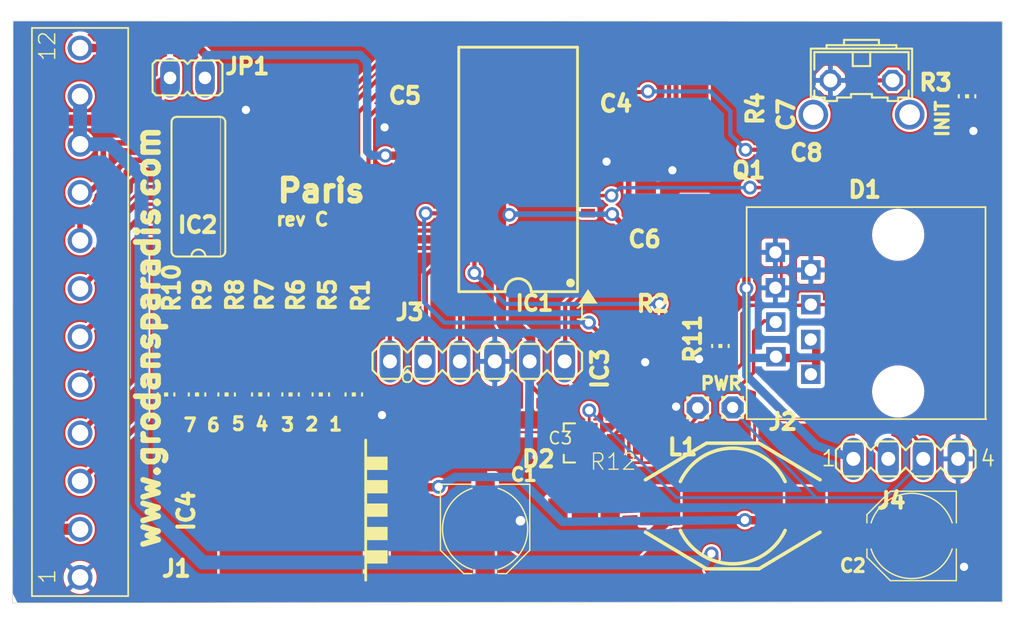
<source format=kicad_pcb>
(kicad_pcb (version 20221018) (generator pcbnew)
  (layers (0 "F.Cu" signal) (1 "In1.Cu" signal) (2 "In2.Cu" signal) (3 "In3.Cu" signal) (4 "In4.Cu" signal) (31 "B.Cu" signal) (34 "B.Paste" user) (35 "F.Paste" user) (36 "B.SilkS" user "B.Silkscreen") (37 "F.SilkS" user "F.Silkscreen") (38 "B.Mask" user) (39 "F.Mask" user) (44 "Edge.Cuts" user))
  (net 0 "")
  (net 1 "+12V")
  (net 2 "VREF")
  (net 3 "GND")
  (net 4 "VCC")
  (net 5 "TXCAN")
  (net 6 "N$4")
  (net 7 "N$6")
  (net 8 "RXCAN")
  (net 9 "N$5")
  (net 10 "N$12")
  (net 11 "N$13")
  (net 12 "N$14")
  (net 13 "N$15")
  (net 14 "I2")
  (net 15 "I3")
  (net 16 "I4")
  (net 17 "I5")
  (net 18 "I6")
  (net 19 "I7")
  (net 20 "VIN")
  (net 21 "N$1")
  (net 22 "N$2")
  (net 23 "N$7")
  (net 24 "N$8")
  (net 25 "I1")
  (net 26 "O7")
  (net 27 "O6")
  (net 28 "O5")
  (net 29 "O4")
  (net 30 "O3")
  (net 31 "O2")
  (net 32 "O1")
  (net 33 "N$9")
  (net 34 "N$10")
  (net 35 "N$11")
  (net 36 "N$16")
  (net 37 "N$17")
  (net 38 "N$18")
  (net 39 "N$19")
  (net 40 "N$20")
  (net 41 "CANH")
  (net 42 "CANL")
  (net 43 "N$3")
  (net 44 "N$21")
  (footprint "paris_relay_rev_C:DO3316P" (layer "F.Cu") (at 164.9087 119.1114)
    (fp_text reference "L1")
    (fp_text value "330 uH" hide)
  )
  (footprint "paris_relay_rev_C:SO-08" (layer "F.Cu") (at 157.8711 109.1936 180)
    (fp_text reference "IC3")
    (fp_text value "MCP2551SN" hide)
  )
  (footprint "paris_relay_rev_C:SOT23" (layer "F.Cu") (at 153.2811 114.5236 90)
    (fp_text reference "D2")
    (fp_text value "NUP2105L" hide)
  )
  (footprint "paris_relay_rev_C:R0805" (layer "F.Cu") (at 128.15 106.75 90)
    (fp_text reference "R8")
    (fp_text value "1K" hide)
  )
  (footprint "paris_relay_rev_C:R0805" (layer "F.Cu") (at 163.0711 104.4836 180)
    (fp_text reference "R11")
    (fp_text value "1K" hide)
  )
  (footprint "paris_relay_rev_C:CHIP-LED0805" (layer "F.Cu") (at 181.9511 89.1636 180)
    (fp_text reference "LED1" hide)
    (fp_text value "green" hide)
  )
  (footprint "paris_relay_rev_C:R0805" (layer "F.Cu") (at 135 106.75 90)
    (fp_text reference "R5")
    (fp_text value "1K" hide)
  )
  (footprint "paris_relay_rev_C:MA04-1" (layer "F.Cu") (at 177.4911 115.6836)
    (fp_text reference "J4")
    (fp_text value "")
  )
  (footprint "paris_relay_rev_C:JP1" (layer "F.Cu") (at 125.2545 87.9768 90)
    (fp_text reference "JP1")
    (fp_text value "")
  )
  (footprint "paris_relay_rev_C:RJ-45" (layer "F.Cu") (at 176.9411 105.0836 90)
    (fp_text reference "J2")
    (fp_text value "A00-108-220-450" hide)
  )
  (footprint "paris_relay_rev_C:CHIP-LED0805" (layer "F.Cu") (at 137.35 110.85 180)
    (fp_text reference "LED2" hide)
    (fp_text value "red" hide)
  )
  (footprint "paris_relay_rev_C:C0805" (layer "F.Cu") (at 158.6037 92.6 90)
    (fp_text reference "C4")
    (fp_text value "15pF" hide)
  )
  (footprint "paris_relay_rev_C:1,6_0,8" (layer "F.Cu") (at 162.3611 111.9736)
    (fp_text reference "PAD1" hide)
    (fp_text value "")
  )
  (footprint "paris_relay_rev_C:1,6_0,8" (layer "F.Cu") (at 164.9011 111.9436)
    (fp_text reference "PAD2" hide)
    (fp_text value "")
  )
  (footprint "paris_relay_rev_C:SO16" (layer "F.Cu") (at 126.0489 95.8896 90)
    (fp_text reference "IC2")
    (fp_text value "ULN2003AD" hide)
  )
  (footprint "paris_relay_rev_C:R0805" (layer "F.Cu") (at 180.9411 86.2736 180)
    (fp_text reference "R3")
    (fp_text value "1K" hide)
  )
  (footprint "paris_relay_rev_C:CHIP-LED0805" (layer "F.Cu") (at 134.95 110.85 180)
    (fp_text reference "LED3" hide)
    (fp_text value "red" hide)
  )
  (footprint "paris_relay_rev_C:R0805" (layer "F.Cu") (at 130.4 106.75 90)
    (fp_text reference "R7")
    (fp_text value "1K" hide)
  )
  (footprint "paris_relay_rev_C:PANASONIC_D" (layer "F.Cu") (at 177.9187 121.2878 180)
    (fp_text reference "C2")
    (fp_text value "330uF" hide)
  )
  (footprint "paris_relay_rev_C:CHIP-LED0805" (layer "F.Cu") (at 123.7 110.85 180)
    (fp_text reference "LED8" hide)
    (fp_text value "red" hide)
  )
  (footprint "paris_relay_rev_C:C0805" (layer "F.Cu") (at 141.1111 92.6836 90)
    (fp_text reference "C5")
    (fp_text value "0.1uF" hide)
  )
  (footprint "paris_relay_rev_C:SO28" (layer "F.Cu") (at 149.3011 94.6336 90)
    (fp_text reference "IC1")
    (fp_text value "PIC18F2580" hide)
  )
  (footprint "paris_relay_rev_C:0805" (layer "F.Cu") (at 150.1911 113.8036 90)
    (fp_text reference "C3")
    (fp_text value "100nF" hide)
  )
  (footprint "paris_relay_rev_C:PINHEAD-12" (layer "F.Cu") (at 117.4411 106.8036 90)
    (fp_text reference "J1")
    (fp_text value "OSTTE-12" hide)
  )
  (footprint "paris_relay_rev_C:R0805" (layer "F.Cu") (at 166.4011 87.1736 90)
    (fp_text reference "R4")
    (fp_text value "10K" hide)
  )
  (footprint "paris_relay_rev_C:C0805" (layer "F.Cu") (at 158.5727 96.695 -90)
    (fp_text reference "C6")
    (fp_text value "15pF" hide)
  )
  (footprint "paris_relay_rev_C:CHIP-LED0805" (layer "F.Cu") (at 130.55 110.85 180)
    (fp_text reference "LED5" hide)
    (fp_text value "red" hide)
  )
  (footprint "paris_relay_rev_C:R0805" (layer "F.Cu") (at 137.4 106.75 90)
    (fp_text reference "R1")
    (fp_text value "1K" hide)
  )
  (footprint "paris_relay_rev_C:R0805" (layer "F.Cu") (at 157.3511 114.6236 180)
    (fp_text reference "R12")
    (fp_text value "120" hide)
  )
  (footprint "paris_relay_rev_C:CHIP-LED0805" (layer "F.Cu") (at 125.95 110.85 180)
    (fp_text reference "LED7" hide)
    (fp_text value "red" hide)
  )
  (footprint "paris_relay_rev_C:R0805" (layer "F.Cu") (at 132.7 106.75 90)
    (fp_text reference "R6")
    (fp_text value "1K" hide)
  )
  (footprint "paris_relay_rev_C:PANASONIC_D" (layer "F.Cu") (at 146.8989 120.7794 -90)
    (fp_text reference "C1")
    (fp_text value "100uF" hide)
  )
  (footprint "paris_relay_rev_C:TO263-5" (layer "F.Cu") (at 135.3351 119.4112 90)
    (fp_text reference "IC4")
    (fp_text value "LM2575S" hide)
  )
  (footprint "paris_relay_rev_C:SOD123" (layer "F.Cu") (at 174.6011 94.2636 180)
    (fp_text reference "D1")
    (fp_text value "S1D" hide)
  )
  (footprint "paris_relay_rev_C:CHIP-LED0805" (layer "F.Cu") (at 132.75 110.85 180)
    (fp_text reference "LED4" hide)
    (fp_text value "red" hide)
  )
  (footprint "paris_relay_rev_C:MA06-1" (layer "F.Cu") (at 146.3311 108.5936 180)
    (fp_text reference "J3")
    (fp_text value "")
  )
  (footprint "paris_relay_rev_C:R0805" (layer "F.Cu") (at 125.9 106.75 90)
    (fp_text reference "R9")
    (fp_text value "1K" hide)
  )
  (footprint "paris_relay_rev_C:B3F-31XX" (layer "F.Cu") (at 174.2711 89.4036 180)
    (fp_text reference "S1" hide)
    (fp_text value "")
  )
  (footprint "paris_relay_rev_C:R0805" (layer "F.Cu") (at 123.65 106.75 90)
    (fp_text reference "R10")
    (fp_text value "1K" hide)
  )
  (footprint "paris_relay_rev_C:9C" (layer "F.Cu") (at 162.1411 94.4936 -90)
    (fp_text reference "Q1")
    (fp_text value "10 MHz" hide)
  )
  (footprint "paris_relay_rev_C:CHIP-LED0805" (layer "F.Cu") (at 128.1 110.85 180)
    (fp_text reference "LED6" hide)
    (fp_text value "red" hide)
  )
  (footprint "paris_relay_rev_C:CHIP-LED0805" (layer "F.Cu") (at 164.0111 107.3236 180)
    (fp_text reference "LED9" hide)
    (fp_text value "red" hide)
  )
  (footprint "paris_relay_rev_C:SOD123" (layer "F.Cu") (at 154.0933 119.2714 180)
    (fp_text reference "D3" hide)
    (fp_text value "S1D" hide)
  )
  (footprint "paris_relay_rev_C:C0805" (layer "F.Cu") (at 169.1011 95.9736 180)
    (fp_text reference "C8")
    (fp_text value "10 uF" hide)
  )
  (footprint "paris_relay_rev_C:R0805" (layer "F.Cu") (at 157.1011 101.9336 90)
    (fp_text reference "R2")
    (fp_text value "10K" hide)
  )
  (footprint "paris_relay_rev_C:C0805" (layer "F.Cu") (at 168.5311 87.1536 -90)
    (fp_text reference "C7")
    (fp_text value "0.1uF" hide)
  )
  (gr_line (start 184.5211 126.0836) (end 184.5211 83.8636) (stroke (width 0.05)) (layer "Edge.Cuts"))
  (gr_line (start 184.5211 83.8636) (end 112.5711 83.8336) (stroke (width 0.05)) (layer "Edge.Cuts"))
  (gr_line (start 112.5711 83.8336) (end 112.5211 126.1636) (stroke (width 0.05)) (layer "Edge.Cuts"))
  (gr_line (start 112.5211 126.1636) (end 184.5211 126.0836) (stroke (width 0.05)) (layer "Edge.Cuts"))
  (gr_text "2" (at 133.7011 113.7136) (layer "F.SilkS") (effects (font (size 0.93472 0.93472) (thickness 0.23368) bold) (justify left bottom)))
  (gr_text "5" (at 128.3511 113.6836) (layer "F.SilkS") (effects (font (size 0.93472 0.93472) (thickness 0.23368) bold) (justify left bottom)))
  (gr_text "www.grodansparadis.com" (at 121.4231 91.3076 90) (layer "F.SilkS") (effects (font (size 1.63576 1.63576) (thickness 0.40894) bold) (justify right top)))
  (gr_text "rev C" (at 131.5851 98.8106) (layer "F.SilkS") (effects (font (size 0.93472 0.93472) (thickness 0.23368) bold) (justify left bottom)))
  (gr_text "Paris" (at 131.5975 97.1382) (layer "F.SilkS") (effects (font (size 1.63576 1.63576) (thickness 0.40894) bold) (justify left bottom)))
  (gr_text "1" (at 135.4311 113.7136) (layer "F.SilkS") (effects (font (size 0.93472 0.93472) (thickness 0.23368) bold) (justify left bottom)))
  (gr_text "PWR" (at 162.45 110.75) (layer "F.SilkS") (effects (font (size 0.93472 0.93472) (thickness 0.23368) bold) (justify left bottom)))
  (gr_text "6" (at 126.5411 113.7736) (layer "F.SilkS") (effects (font (size 0.93472 0.93472) (thickness 0.23368) bold) (justify left bottom)))
  (gr_text "3" (at 131.9411 113.7436) (layer "F.SilkS") (effects (font (size 0.93472 0.93472) (thickness 0.23368) bold) (justify left bottom)))
  (gr_text "INIT" (at 180.7 92.4 90) (layer "F.SilkS") (effects (font (size 0.93472 0.93472) (thickness 0.23368) bold) (justify left bottom)))
  (gr_text "7" (at 124.8511 113.7736) (layer "F.SilkS") (effects (font (size 0.93472 0.93472) (thickness 0.23368) bold) (justify left bottom)))
  (gr_text "4" (at 130.0611 113.7136) (layer "F.SilkS") (effects (font (size 0.93472 0.93472) (thickness 0.23368) bold) (justify left bottom)))
  (segment (start 168.4411 108.3436) (end 170.9811 108.3436) (width 0.6096) (layer "F.Cu") (net 1))
  (segment (start 170.9811 109.6136) (end 170.5911 109.5336) (width 0.6096) (layer "F.Cu") (net 1))
  (segment (start 171.6511 98.1836) (end 172.7011 97.1336) (width 0.6096) (layer "F.Cu") (net 1))
  (segment (start 172.7011 97.1336) (end 172.7011 94.2636) (width 0.6096) (layer "F.Cu") (net 1))
  (segment (start 170.9811 108.3436) (end 170.9811 109.6136) (width 0.6096) (layer "F.Cu") (net 1))
  (segment (start 168.0511 108.2536) (end 168.4411 108.3436) (width 0.2032) (layer "F.Cu") (net 1))
  (segment (start 170.9811 108.3436) (end 170.9811 107.0736) (width 0.6096) (layer "F.Cu") (net 1))
  (segment (start 165.9011 98.1836) (end 171.6511 98.1836) (width 0.6096) (layer "F.Cu") (net 1))
  (segment (start 165.9011 103.2636) (end 165.9011 98.1836) (width 0.6096) (layer "F.Cu") (net 1))
  (segment (start 170.9811 107.0736) (end 170.5811 107.0036) (width 0.6096) (layer "F.Cu") (net 1))
  (via (at 165.9011 103.2636) (size 1.0064) (drill 0.6) (layers "F.Cu" "B.Cu") (net 1))
  (segment (start 165.9011 108.3436) (end 168.4411 108.3436) (width 0.6096) (layer "B.Cu") (net 1))
  (segment (start 165.9011 108.3436) (end 165.9011 103.2636) (width 0.6096) (layer "B.Cu") (net 1))
  (segment (start 168.4411 108.3436) (end 168.0511 108.2536) (width 0.6096) (layer "B.Cu") (net 1))
  (segment (start 165.9011 103.2636) (end 165.9811 103.2636) (width 0.6096) (layer "B.Cu") (net 1))
  (segment (start 165.9011 109.6136) (end 165.9011 108.3436) (width 0.6096) (layer "B.Cu") (net 1))
  (segment (start 170.9811 114.6936) (end 173.6811 115.6836) (width 0.6096) (layer "B.Cu") (net 1))
  (segment (start 170.9811 114.6936) (end 165.9011 109.6136) (width 0.6096) (layer "B.Cu") (net 1))
  (segment (start 134.95 111.9) (end 137.35 111.9) (width 0.25) (layer "F.Cu") (net 3))
  (segment (start 171.1111 86.1636) (end 172.0105 87.063) (width 0.3048) (layer "F.Cu") (net 3))
  (segment (start 168.4411 103.2636) (end 168.4411 100.7236) (width 0.2032) (layer "F.Cu") (net 3))
  (segment (start 147.0321 118.9414) (end 147.0321 117.6714) (width 0.6096) (layer "F.Cu") (net 3))
  (segment (start 145.9007 115.9176) (end 141.1263 116.0076) (width 0.8128) (layer "F.Cu") (net 3))
  (segment (start 139.7511 91.7336) (end 141.1111 91.7336) (width 0.4064) (layer "F.Cu") (net 3))
  (segment (start 158.6037 94.0744) (end 158.5279 93.9986) (width 0.4064) (layer "F.Cu") (net 3))
  (segment (start 123.7 111.9) (end 125.95 111.9) (width 0.25) (layer "F.Cu") (net 3))
  (segment (start 141.1111 91.7336) (end 141.3861 91.4586) (width 0.4064) (layer "F.Cu") (net 3))
  (segment (start 151.8933 120.2466) (end 151.9851 120.3384) (width 0.6096) (layer "F.Cu") (net 3))
  (segment (start 149.1911 118.9394) (end 150.5861 118.9394) (width 0.8128) (layer "F.Cu") (net 3))
  (segment (start 149.1911 118.9394) (end 149.1911 118.7636) (width 0.254) (layer "F.Cu") (net 3))
  (segment (start 138.8 111.9) (end 139.4 112.5) (width 0.25) (layer "F.Cu") (net 3))
  (segment (start 147.1845 118.916) (end 147.2079 118.9394) (width 0.6096) (layer "F.Cu") (net 3))
  (segment (start 147.2083 119.3996) (end 146.8929 119.4766) (width 0.6096) (layer "F.Cu") (net 3))
  (segment (start 155.6661 93.9986) (end 155.7311 94.0636) (width 0.4064) (layer "F.Cu") (net 3))
  (segment (start 154.3811 93.9986) (end 155.6661 93.9986) (width 0.4064) (layer "F.Cu") (net 3))
  (segment (start 162.4611 108.4236) (end 162.5111 108.3736) (width 0.6096) (layer "F.Cu") (net 3))
  (segment (start 150.5861 118.3786) (end 150.3311 116.4936) (width 0.6096) (layer "F.Cu") (net 3))
  (segment (start 149.1911 120.0336) (end 149.4705 120.186) (width 0.6096) (layer "F.Cu") (net 3))
  (segment (start 151.9959 119.2314) (end 152.0975 119.333) (width 0.6096) (layer "F.Cu") (net 3))
  (segment (start 168.4411 100.7236) (end 168.0111 100.6636) (width 0.2032) (layer "F.Cu") (net 3))
  (segment (start 159.7761 111.7936) (end 160.7011 111.7936) (width 0.3048) (layer "F.Cu") (net 3))
  (segment (start 141.3861 91.4586) (end 144.2211 91.4586) (width 0.4064) (layer "F.Cu") (net 3))
  (segment (start 151.9959 119.2314) (end 151.4911 119.6666) (width 0.6096) (layer "F.Cu") (net 3))
  (segment (start 158.5411 108.6536) (end 158.5411 106.6286) (width 0.3048) (layer "F.Cu") (net 3))
  (segment (start 168.0111 103.2436) (end 168.4411 103.2636) (width 0.2032) (layer "F.Cu") (net 3))
  (segment (start 180.3187 121.2878) (end 181.1353 121.3978) (width 0.6096) (layer "F.Cu") (net 3))
  (segment (start 128.1 111.9) (end 130.55 111.9) (width 0.25) (layer "F.Cu") (net 3))
  (segment (start 146.8989 118.3794) (end 146.9989 118.9746) (width 0.6096) (layer "F.Cu") (net 3))
  (segment (start 160.7011 111.7936) (end 160.7911 111.8836) (width 0.3048) (layer "F.Cu") (net 3))
  (segment (start 162.5111 108.3736) (end 164.0111 108.3736) (width 0.6096) (layer "F.Cu") (net 3))
  (segment (start 129.1223 91.4446) (end 129.1223 90.6824) (width 0.6096) (layer "F.Cu") (net 3))
  (segment (start 141.1263 119.4112) (end 147.2083 119.3996) (width 0.8128) (layer "F.Cu") (net 3))
  (segment (start 146.9989 118.9746) (end 147.0321 118.9414) (width 0.6096) (layer "F.Cu") (net 3))
  (segment (start 158.5727 95.745) (end 159.8697 95.745) (width 0.4064) (layer "F.Cu") (net 3))
  (segment (start 159.8697 95.745) (end 160.5211 94.6936) (width 0.4064) (layer "F.Cu") (net 3))
  (segment (start 149.1911 118.9394) (end 149.1911 120.0336) (width 0.8128) (layer "F.Cu") (net 3))
  (segment (start 148.8136 114.7836) (end 150.1911 114.7561) (width 0.6096) (layer "F.Cu") (net 3))
  (segment (start 132.75 111.9) (end 134.95 111.9) (width 0.25) (layer "F.Cu") (net 3))
  (segment (start 150.5861 118.9394) (end 151.8933 120.2466) (width 0.8128) (layer "F.Cu") (net 3))
  (segment (start 172.0105 87.063) (end 172.0105 88.159) (width 0.3048) (layer "F.Cu") (net 3))
  (segment (start 147.2079 118.9394) (end 146.8989 118.3794) (width 0.6096) (layer "F.Cu") (net 3))
  (segment (start 141.1263 116.0076) (end 140.5011 115.9636) (width 0.2032) (layer "F.Cu") (net 3))
  (segment (start 158.6037 95.714) (end 158.6037 94.0744) (width 0.4064) (layer "F.Cu") (net 3))
  (segment (start 130.3411 112.1536) (end 130.5011 111.8936) (width 0.2032) (layer "F.Cu") (net 3))
  (segment (start 125.95 111.9) (end 128.1 111.9) (width 0.25) (layer "F.Cu") (net 3))
  (segment (start 158.5727 95.745) (end 158.6037 95.714) (width 0.4064) (layer "F.Cu") (net 3))
  (segment (start 146.8929 119.4766) (end 147.1845 118.916) (width 0.6096) (layer "F.Cu") (net 3))
  (segment (start 147.0321 117.6714) (end 145.9007 115.9176) (width 0.8128) (layer "F.Cu") (net 3))
  (segment (start 152.1933 119.2714) (end 151.9959 119.2314) (width 0.6096) (layer "F.Cu") (net 3))
  (segment (start 147.2079 118.9394) (end 147.2607 118.9922) (width 0.6096) (layer "F.Cu") (net 3))
  (segment (start 137.35 111.9) (end 138.8 111.9) (width 0.25) (layer "F.Cu") (net 3))
  (segment (start 158.5411 106.6286) (end 158.5061 106.5936) (width 0.3048) (layer "F.Cu") (net 3))
  (segment (start 129.1223 90.6824) (end 129.5011 90.3036) (width 0.6096) (layer "F.Cu") (net 3))
  (segment (start 150.3311 116.4936) (end 148.8136 114.7836) (width 0.6096) (layer "F.Cu") (net 3))
  (segment (start 168.5711 86.1636) (end 171.1111 86.1636) (width 0.3048) (layer "F.Cu") (net 3))
  (segment (start 130.55 111.9) (end 132.75 111.9) (width 0.25) (layer "F.Cu") (net 3))
  (segment (start 150.5861 118.9394) (end 150.5861 118.3786) (width 0.6096) (layer "F.Cu") (net 3))
  (segment (start 182.4111 90.5636) (end 181.9511 90.2136) (width 0.2032) (layer "F.Cu") (net 3))
  (segment (start 146.8989 118.3794) (end 149.1911 118.9394) (width 0.6096) (layer "F.Cu") (net 3))
  (segment (start 181.1353 121.3978) (end 181.7311 123.5336) (width 0.8128) (layer "F.Cu") (net 3))
  (segment (start 151.8933 120.2466) (end 152.1933 119.2714) (width 0.6096) (layer "F.Cu") (net 3))
  (segment (start 139.5911 91.5736) (end 139.7511 91.7336) (width 0.4064) (layer "F.Cu") (net 3))
  (segment (start 146.9989 118.9746) (end 146.9051 119.0684) (width 0.6096) (layer "F.Cu") (net 3))
  (segment (start 168.5311 86.2036) (end 168.5711 86.1636) (width 0.3048) (layer "F.Cu") (net 3))
  (segment (start 182.4111 91.8336) (end 182.4111 90.5636) (width 0.2032) (layer "F.Cu") (net 3))
  (segment (start 132.8811 112.1536) (end 132.2911 111.9236) (width 0.2032) (layer "F.Cu") (net 3))
  (via (at 155.7311 94.0636) (size 1.0064) (drill 0.6) (layers "F.Cu" "B.Cu") (net 3))
  (via (at 139.4 112.5) (size 1.0064) (drill 0.6) (layers "F.Cu" "B.Cu") (net 3))
  (via (at 160.7911 111.8836) (size 1.0064) (drill 0.6) (layers "F.Cu" "B.Cu") (net 3))
  (via (at 182.4111 91.8336) (size 1.0064) (drill 0.6) (layers "F.Cu" "B.Cu") (net 3))
  (via (at 139.5911 91.5736) (size 1.0064) (drill 0.6) (layers "F.Cu" "B.Cu") (net 3))
  (via (at 162.4611 108.4236) (size 1.0064) (drill 0.6) (layers "F.Cu" "B.Cu") (net 3))
  (via (at 129.5011 90.3036) (size 1.0064) (drill 0.6) (layers "F.Cu" "B.Cu") (net 3))
  (via (at 158.5411 108.6536) (size 1.0064) (drill 0.6) (layers "F.Cu" "B.Cu") (net 3))
  (via (at 149.4705 120.186) (size 1.1064) (drill 0.7) (layers "F.Cu" "B.Cu") (net 3))
  (via (at 160.5211 94.6936) (size 1.0064) (drill 0.6) (layers "F.Cu" "B.Cu") (net 3))
  (via (at 181.7311 123.5336) (size 1.0064) (drill 0.6) (layers "F.Cu" "B.Cu") (net 3))
  (segment (start 142.9461 92.7286) (end 141.9411 93.7336) (width 0.3048) (layer "F.Cu") (net 4))
  (segment (start 126.6211 86.3336) (end 126.0911 85.8036) (width 0.6096) (layer "F.Cu") (net 4))
  (segment (start 141.1263 117.7094) (end 143.4169 117.7594) (width 0.6096) (layer "F.Cu") (net 4))
  (segment (start 147.9711 97.9336) (end 148.6511 97.9336) (width 0.3048) (layer "F.Cu") (net 4))
  (segment (start 147.8611 93.6436) (end 145.3261 92.7286) (width 0.3048) (layer "F.Cu") (net 4))
  (segment (start 148.2211 106.1636) (end 148.0396 105.851) (width 0.6096) (layer "F.Cu") (net 4))
  (segment (start 148.0396 105.851) (end 147.8611 105.5436) (width 0.3048) (layer "F.Cu") (net 4))
  (segment (start 148.1211 85.4836) (end 164.6311 85.4836) (width 0.6096) (layer "F.Cu") (net 4))
  (segment (start 157.0111 98.8536) (end 162.0911 104.5336) (width 0.4064) (layer "F.Cu") (net 4))
  (segment (start 148.1211 105.8036) (end 148.1211 85.4836) (width 0.6096) (layer "F.Cu") (net 4))
  (segment (start 126.6211 87.4602) (end 126.6211 86.3336) (width 0.6096) (layer "F.Cu") (net 4))
  (segment (start 126.0911 85.8036) (end 117.4411 85.8036) (width 0.6096) (layer "F.Cu") (net 4))
  (segment (start 150.2411 108.4936) (end 150.2411 106.9436) (width 0.6096) (layer "F.Cu") (net 4))
  (segment (start 147.8611 98.0436) (end 147.9711 97.9336) (width 0.3048) (layer "F.Cu") (net 4))
  (segment (start 157.1011 99.4536) (end 157.0111 98.8536) (width 0.2032) (layer "F.Cu") (net 4))
  (segment (start 139.6511 93.6336) (end 139.6411 93.6236) (width 0.6096) (layer "F.Cu") (net 4))
  (segment (start 141.1111 93.6336) (end 139.6511 93.6336) (width 0.6096) (layer "F.Cu") (net 4))
  (segment (start 147.8611 105.5436) (end 147.8611 98.0436) (width 0.3048) (layer "F.Cu") (net 4))
  (segment (start 150.1411 112.2836) (end 150.2186 112.2911) (width 0.6096) (layer "F.Cu") (net 4))
  (segment (start 150.2411 106.9436) (end 149.4611 106.1636) (width 0.6096) (layer "F.Cu") (net 4))
  (segment (start 165.9011 86.7536) (end 166.4011 86.2236) (width 0.6096) (layer "F.Cu") (net 4))
  (segment (start 150.2186 112.2911) (end 150.1911 112.8511) (width 0.6096) (layer "F.Cu") (net 4))
  (segment (start 156.0711 108.6236) (end 156.5911 108.6236) (width 0.3048) (layer "F.Cu") (net 4))
  (segment (start 150.1411 110.2536) (end 150.8211 110.9336) (width 0.3048) (layer "F.Cu") (net 4))
  (segment (start 170.7865 120.2536) (end 170.1887 119.1114) (width 0.3048) (layer "F.Cu") (net 4))
  (segment (start 152.9111 110.9336) (end 153.3011 110.5436) (width 0.3048) (layer "F.Cu") (net 4))
  (segment (start 147.8611 98.0436) (end 147.8611 93.6436) (width 0.3048) (layer "F.Cu") (net 4))
  (segment (start 150.8211 110.9336) (end 152.9111 110.9336) (width 0.3048) (layer "F.Cu") (net 4))
  (segment (start 162.0911 104.5336) (end 162.1211 104.4836) (width 0.2032) (layer "F.Cu") (net 4))
  (segment (start 148.0396 105.851) (end 148.1211 105.8036) (width 0.254) (layer "F.Cu") (net 4))
  (segment (start 150.1411 108.5936) (end 150.2411 108.4936) (width 0.3048) (layer "F.Cu") (net 4))
  (segment (start 157.2361 107.9786) (end 157.2361 106.5936) (width 0.3048) (layer "F.Cu") (net 4))
  (segment (start 141.2111 93.7336) (end 141.1111 93.6336) (width 0.3048) (layer "F.Cu") (net 4))
  (segment (start 165.7911 120.1336) (end 170.7865 120.2536) (width 0.6096) (layer "F.Cu") (net 4))
  (segment (start 157.1011 98.8436) (end 157.1011 99.4536) (width 0.4064) (layer "F.Cu") (net 4))
  (segment (start 144.2211 92.7286) (end 142.9461 92.7286) (width 0.3048) (layer "F.Cu") (net 4))
  (segment (start 126.5245 87.9768) (end 126.6211 87.4602) (width 0.6096) (layer "F.Cu") (net 4))
  (segment (start 175.6087 121.1714) (end 175.5187 121.2878) (width 0.4064) (layer "F.Cu") (net 4))
  (segment (start 145.3261 92.7286) (end 144.2211 92.7286) (width 0.3048) (layer "F.Cu") (net 4))
  (segment (start 157.1011 99.4536) (end 157.1011 100.9836) (width 0.4064) (layer "F.Cu") (net 4))
  (segment (start 150.1411 108.5936) (end 150.1411 110.2536) (width 0.6096) (layer "F.Cu") (net 4))
  (segment (start 141.9411 93.7336) (end 141.2111 93.7336) (width 0.3048) (layer "F.Cu") (net 4))
  (segment (start 153.3011 110.5436) (end 154.1511 110.5436) (width 0.3048) (layer "F.Cu") (net 4))
  (segment (start 164.6311 85.4836) (end 165.9011 86.7536) (width 0.6096) (layer "F.Cu") (net 4))
  (segment (start 156.5911 108.6236) (end 157.2361 107.9786) (width 0.3048) (layer "F.Cu") (net 4))
  (segment (start 154.1511 110.5436) (end 156.0711 108.6236) (width 0.3048) (layer "F.Cu") (net 4))
  (segment (start 149.4611 106.1636) (end 148.2211 106.1636) (width 0.6096) (layer "F.Cu") (net 4))
  (segment (start 156.1411 97.8836) (end 157.1011 98.8436) (width 0.4064) (layer "F.Cu") (net 4))
  (segment (start 170.1887 119.1114) (end 175.6087 121.1714) (width 0.8128) (layer "F.Cu") (net 4))
  (segment (start 150.1411 110.2536) (end 150.1411 112.2836) (width 0.6096) (layer "F.Cu") (net 4))
  (segment (start 143.4169 117.7594) (end 143.5211 117.7136) (width 0.3048) (layer "F.Cu") (net 4))
  (via (at 148.6511 97.9336) (size 1.0064) (drill 0.6) (layers "F.Cu" "B.Cu") (net 4))
  (via (at 143.5211 117.7136) (size 1.0064) (drill 0.6) (layers "F.Cu" "B.Cu") (net 4))
  (via (at 165.7911 120.1336) (size 1.0064) (drill 0.6) (layers "F.Cu" "B.Cu") (net 4))
  (via (at 156.1411 97.8836) (size 1.0064) (drill 0.6) (layers "F.Cu" "B.Cu") (net 4))
  (via (at 139.6411 93.6236) (size 1.0064) (drill 0.6) (layers "F.Cu" "B.Cu") (net 4))
  (segment (start 137.8111 86.3136) (end 126.6411 86.3136) (width 0.6096) (layer "B.Cu") (net 4))
  (segment (start 138.3211 86.8236) (end 137.8111 86.3136) (width 0.6096) (layer "B.Cu") (net 4))
  (segment (start 143.5211 117.7136) (end 144.7011 117.0036) (width 0.6096) (layer "B.Cu") (net 4))
  (segment (start 144.7011 117.0036) (end 149.2711 117.0036) (width 0.6096) (layer "B.Cu") (net 4))
  (segment (start 126.6211 87.4602) (end 126.5245 87.9768) (width 0.6096) (layer "B.Cu") (net 4))
  (segment (start 126.6411 86.3136) (end 126.6211 86.3336) (width 0.6096) (layer "B.Cu") (net 4))
  (segment (start 149.2711 117.0036) (end 152.5211 120.2536) (width 0.6096) (layer "B.Cu") (net 4))
  (segment (start 149.2711 117.0036) (end 150.0711 115.3236) (width 0.6096) (layer "B.Cu") (net 4))
  (segment (start 139.6411 93.6236) (end 138.6311 93.6236) (width 0.6096) (layer "B.Cu") (net 4))
  (segment (start 152.5211 120.2536) (end 165.7911 120.1336) (width 0.6096) (layer "B.Cu") (net 4))
  (segment (start 150.0711 115.3236) (end 150.1411 108.5936) (width 0.6096) (layer "B.Cu") (net 4))
  (segment (start 138.3211 93.3136) (end 138.3211 86.8236) (width 0.6096) (layer "B.Cu") (net 4))
  (segment (start 148.7011 97.8836) (end 156.1411 97.8836) (width 0.4064) (layer "B.Cu") (net 4))
  (segment (start 126.6211 86.3336) (end 126.6211 87.4602) (width 0.6096) (layer "B.Cu") (net 4))
  (segment (start 138.6311 93.6236) (end 138.3211 93.3136) (width 0.6096) (layer "B.Cu") (net 4))
  (segment (start 148.6511 97.9336) (end 148.7011 97.8836) (width 0.4064) (layer "B.Cu") (net 4))
  (segment (start 144.2861 96.4736) (end 144.2211 96.5386) (width 0.3048) (layer "F.Cu") (net 5))
  (segment (start 159.5711 104.4136) (end 159.7761 104.6186) (width 0.3048) (layer "F.Cu") (net 5))
  (segment (start 159.7761 104.6186) (end 159.7761 106.5936) (width 0.3048) (layer "F.Cu") (net 5))
  (segment (start 146.1211 102.1636) (end 146.1211 97.7136) (width 0.3048) (layer "F.Cu") (net 5))
  (segment (start 144.8811 96.4736) (end 144.2861 96.4736) (width 0.3048) (layer "F.Cu") (net 5))
  (segment (start 146.1211 97.7136) (end 144.8811 96.4736) (width 0.3048) (layer "F.Cu") (net 5))
  (via (at 159.5711 104.4136) (size 1.0064) (drill 0.6) (layers "F.Cu" "B.Cu") (net 5))
  (via (at 146.1211 102.1636) (size 1.0064) (drill 0.6) (layers "F.Cu" "B.Cu") (net 5))
  (segment (start 148.3711 104.4136) (end 159.5711 104.4136) (width 0.3048) (layer "B.Cu") (net 5))
  (segment (start 146.1211 102.1636) (end 148.3711 104.4136) (width 0.3048) (layer "B.Cu") (net 5))
  (segment (start 179.9911 90.6136) (end 179.9911 86.2736) (width 0.3048) (layer "F.Cu") (net 6))
  (segment (start 154.4861 88.9186) (end 154.5711 89.0036) (width 0.3048) (layer "F.Cu") (net 6))
  (segment (start 158.7011 89.0036) (end 158.7411 88.9636) (width 0.3048) (layer "F.Cu") (net 6))
  (segment (start 172.2511 92.6836) (end 172.4511 92.4836) (width 0.3048) (layer "F.Cu") (net 6))
  (segment (start 154.3811 88.9186) (end 154.4861 88.9186) (width 0.3048) (layer "F.Cu") (net 6))
  (segment (start 170.6611 92.6836) (end 172.2511 92.6836) (width 0.3048) (layer "F.Cu") (net 6))
  (segment (start 172.4511 92.4836) (end 178.5411 92.4836) (width 0.3048) (layer "F.Cu") (net 6))
  (segment (start 165.8411 93.2036) (end 170.1411 93.2036) (width 0.3048) (layer "F.Cu") (net 6))
  (segment (start 154.5711 89.0036) (end 158.7011 89.0036) (width 0.3048) (layer "F.Cu") (net 6))
  (segment (start 179.5211 91.0836) (end 179.9911 90.6136) (width 0.3048) (layer "F.Cu") (net 6))
  (segment (start 170.1411 93.2036) (end 170.6611 92.6836) (width 0.3048) (layer "F.Cu") (net 6))
  (segment (start 179.5211 91.5036) (end 179.5211 91.0836) (width 0.3048) (layer "F.Cu") (net 6))
  (segment (start 178.5411 92.4836) (end 179.5211 91.5036) (width 0.3048) (layer "F.Cu") (net 6))
  (via (at 165.8411 93.2036) (size 1.0064) (drill 0.6) (layers "F.Cu" "B.Cu") (net 6))
  (via (at 158.7411 88.9636) (size 1.0064) (drill 0.6) (layers "F.Cu" "B.Cu") (net 6))
  (segment (start 158.7411 88.9636) (end 163.2911 88.9636) (width 0.3048) (layer "B.Cu") (net 6))
  (segment (start 163.2911 88.9636) (end 164.7311 90.4036) (width 0.3048) (layer "B.Cu") (net 6))
  (segment (start 164.7311 90.4036) (end 164.7311 92.0936) (width 0.3048) (layer "B.Cu") (net 6))
  (segment (start 164.7311 92.0936) (end 165.8411 93.2036) (width 0.3048) (layer "B.Cu") (net 6))
  (segment (start 171.1811 89.0336) (end 171.5111 89.3636) (width 0.3048) (layer "F.Cu") (net 7))
  (segment (start 170.6311 88.8336) (end 170.6911 88.8336) (width 0.3048) (layer "F.Cu") (net 7))
  (segment (start 160.9511 86.5236) (end 164.0511 86.5236) (width 0.3048) (layer "F.Cu") (net 7))
  (segment (start 160.2711 89.4836) (end 160.2711 87.2036) (width 0.3048) (layer "F.Cu") (net 7))
  (segment (start 171.8911 89.5536) (end 172.4811 89.5536) (width 0.3048) (layer "F.Cu") (net 7))
  (segment (start 171.7011 89.3636) (end 171.8911 89.5536) (width 0.3048) (layer "F.Cu") (net 7))
  (segment (start 164.0511 86.5236) (end 164.5411 87.0136) (width 0.3048) (layer "F.Cu") (net 7))
  (segment (start 159.5511 90.2036) (end 160.2711 89.4836) (width 0.3048) (layer "F.Cu") (net 7))
  (segment (start 169.8811 88.0836) (end 170.6311 88.8336) (width 0.3048) (layer "F.Cu") (net 7))
  (segment (start 160.2711 87.2036) (end 160.9511 86.5236) (width 0.3048) (layer "F.Cu") (net 7))
  (segment (start 164.5411 87.0136) (end 164.5411 87.7936) (width 0.3048) (layer "F.Cu") (net 7))
  (segment (start 154.3811 90.1886) (end 154.3961 90.2036) (width 0.3048) (layer "F.Cu") (net 7))
  (segment (start 170.6911 88.8336) (end 170.8911 89.0336) (width 0.3048) (layer "F.Cu") (net 7))
  (segment (start 164.8711 88.1236) (end 166.4011 88.1236) (width 0.3048) (layer "F.Cu") (net 7))
  (segment (start 173.8757 88.159) (end 176.5317 88.159) (width 0.3048) (layer "F.Cu") (net 7))
  (segment (start 168.5311 88.1036) (end 168.5511 88.0836) (width 0.3048) (layer "F.Cu") (net 7))
  (segment (start 168.5111 88.1236) (end 168.5311 88.1036) (width 0.3048) (layer "F.Cu") (net 7))
  (segment (start 168.5511 88.0836) (end 169.8811 88.0836) (width 0.3048) (layer "F.Cu") (net 7))
  (segment (start 166.4011 88.1236) (end 168.5111 88.1236) (width 0.3048) (layer "F.Cu") (net 7))
  (segment (start 171.5111 89.3636) (end 171.7011 89.3636) (width 0.3048) (layer "F.Cu") (net 7))
  (segment (start 154.3961 90.2036) (end 159.5511 90.2036) (width 0.3048) (layer "F.Cu") (net 7))
  (segment (start 172.4811 89.5536) (end 173.8757 88.159) (width 0.3048) (layer "F.Cu") (net 7))
  (segment (start 170.8911 89.0336) (end 171.1811 89.0336) (width 0.3048) (layer "F.Cu") (net 7))
  (segment (start 164.5411 87.7936) (end 164.8711 88.1236) (width 0.3048) (layer "F.Cu") (net 7))
  (segment (start 155.2711 106.5936) (end 155.9661 106.5936) (width 0.3048) (layer "F.Cu") (net 8))
  (segment (start 154.4511 105.7736) (end 155.2711 106.5936) (width 0.3048) (layer "F.Cu") (net 8))
  (segment (start 144.2061 97.8236) (end 144.2211 97.8086) (width 0.3048) (layer "F.Cu") (net 8))
  (segment (start 142.5711 97.8236) (end 144.2061 97.8236) (width 0.3048) (layer "F.Cu") (net 8))
  (via (at 154.4511 105.7736) (size 1.0064) (drill 0.6) (layers "F.Cu" "B.Cu") (net 8))
  (via (at 142.5711 97.8236) (size 1.0064) (drill 0.6) (layers "F.Cu" "B.Cu") (net 8))
  (segment (start 143.9311 105.7736) (end 154.4511 105.7736) (width 0.3048) (layer "B.Cu") (net 8))
  (segment (start 142.4611 104.3036) (end 142.4611 97.9336) (width 0.3048) (layer "B.Cu") (net 8))
  (segment (start 142.4611 97.9336) (end 142.5711 97.8236) (width 0.3048) (layer "B.Cu") (net 8))
  (segment (start 142.4611 104.3036) (end 143.9311 105.7736) (width 0.3048) (layer "B.Cu") (net 8))
  (segment (start 182.4111 88.0236) (end 182.4111 86.7536) (width 0.2032) (layer "F.Cu") (net 9))
  (segment (start 181.9511 88.1136) (end 182.4111 88.0236) (width 0.2032) (layer "F.Cu") (net 9))
  (segment (start 182.4111 86.7536) (end 181.8911 86.2736) (width 0.254) (layer "F.Cu") (net 9))
  (segment (start 152.6811 108.5936) (end 152.7211 108.5536) (width 0.3048) (layer "F.Cu") (net 10))
  (segment (start 157.0961 102.8886) (end 154.3811 102.8886) (width 0.3048) (layer "F.Cu") (net 10))
  (segment (start 154.3011 102.8836) (end 157.1011 102.8836) (width 0.4064) (layer "F.Cu") (net 10))
  (segment (start 157.1011 102.8836) (end 157.0961 102.8886) (width 0.3048) (layer "F.Cu") (net 10))
  (segment (start 152.7211 104.4636) (end 154.3011 102.8836) (width 0.3048) (layer "F.Cu") (net 10))
  (segment (start 152.7211 108.5536) (end 152.7211 104.4636) (width 0.3048) (layer "F.Cu") (net 10))
  (segment (start 145.0811 103.1636) (end 144.8061 102.8886) (width 0.3048) (layer "F.Cu") (net 11))
  (segment (start 145.0811 108.5736) (end 145.0811 103.1636) (width 0.3048) (layer "F.Cu") (net 11))
  (segment (start 144.8061 102.8886) (end 144.2211 102.8886) (width 0.3048) (layer "F.Cu") (net 11))
  (segment (start 145.0611 108.5936) (end 145.0811 108.5736) (width 0.3048) (layer "F.Cu") (net 11))
  (segment (start 142.5211 108.5936) (end 142.5911 108.5236) (width 0.3048) (layer "F.Cu") (net 12))
  (segment (start 142.5911 108.5236) (end 142.5911 102.3236) (width 0.3048) (layer "F.Cu") (net 12))
  (segment (start 142.5911 102.3236) (end 143.2961 101.6186) (width 0.3048) (layer "F.Cu") (net 12))
  (segment (start 143.2961 101.6186) (end 144.2211 101.6186) (width 0.3048) (layer "F.Cu") (net 12))
  (segment (start 139.9811 108.5936) (end 139.9711 108.5836) (width 0.3048) (layer "F.Cu") (net 13))
  (segment (start 141.2461 100.3486) (end 144.2211 100.3486) (width 0.3048) (layer "F.Cu") (net 13))
  (segment (start 139.9711 108.5836) (end 139.9711 101.6236) (width 0.3048) (layer "F.Cu") (net 13))
  (segment (start 139.9711 101.6236) (end 141.2461 100.3486) (width 0.3048) (layer "F.Cu") (net 13))
  (segment (start 127.7611 99.5736) (end 127.7611 100.8836) (width 0.254) (layer "F.Cu") (net 14))
  (segment (start 142.7961 95.2686) (end 144.2211 95.2686) (width 0.3048) (layer "F.Cu") (net 14))
  (segment (start 138.9811 99.0836) (end 142.7961 95.2686) (width 0.3048) (layer "F.Cu") (net 14))
  (segment (start 129.1413 99.0836) (end 138.9811 99.0836) (width 0.3048) (layer "F.Cu") (net 14))
  (segment (start 133.6611 101.1136) (end 135 102.4525) (width 0.254) (layer "F.Cu") (net 14))
  (segment (start 127.9211 99.1636) (end 129.0233 99.1636) (width 0.3048) (layer "F.Cu") (net 14))
  (segment (start 128.0011 101.1136) (end 133.6611 101.1136) (width 0.254) (layer "F.Cu") (net 14))
  (segment (start 129.1223 99.0646) (end 129.1413 99.0836) (width 0.3048) (layer "F.Cu") (net 14))
  (segment (start 127.9211 99.1636) (end 127.7611 99.5736) (width 0.254) (layer "F.Cu") (net 14))
  (segment (start 135 102.4525) (end 135 105.8) (width 0.254) (layer "F.Cu") (net 14))
  (segment (start 127.7611 100.8836) (end 128.0011 101.1136) (width 0.254) (layer "F.Cu") (net 14))
  (segment (start 129.0233 99.1636) (end 129.1223 99.0646) (width 0.3048) (layer "F.Cu") (net 14))
  (segment (start 131.9111 101.7036) (end 132.7 102.4925) (width 0.3048) (layer "F.Cu") (net 15))
  (segment (start 127.5411 97.8236) (end 129.0933 97.8236) (width 0.254) (layer "F.Cu") (net 15))
  (segment (start 131.9111 101.7036) (end 127.5711 101.7036) (width 0.254) (layer "F.Cu") (net 15))
  (segment (start 127.5711 101.7036) (end 127.2911 101.1636) (width 0.254) (layer "F.Cu") (net 15))
  (segment (start 129.1223 97.7946) (end 129.1413 97.8136) (width 0.3048) (layer "F.Cu") (net 15))
  (segment (start 139.2111 97.8136) (end 143.0261 93.9986) (width 0.3048) (layer "F.Cu") (net 15))
  (segment (start 132.7 102.4925) (end 132.7 105.8) (width 0.3048) (layer "F.Cu") (net 15))
  (segment (start 129.1413 97.8136) (end 139.2111 97.8136) (width 0.3048) (layer "F.Cu") (net 15))
  (segment (start 127.2911 101.1636) (end 127.2911 98.4936) (width 0.254) (layer "F.Cu") (net 15))
  (segment (start 143.0261 93.9986) (end 144.2211 93.9986) (width 0.3048) (layer "F.Cu") (net 15))
  (segment (start 127.2911 98.4936) (end 127.5411 97.8236) (width 0.254) (layer "F.Cu") (net 15))
  (segment (start 129.0933 97.8236) (end 129.1223 97.7946) (width 0.3048) (layer "F.Cu") (net 15))
  (segment (start 126.8311 102.1236) (end 126.8311 96.9436) (width 0.254) (layer "F.Cu") (net 16))
  (segment (start 137.7611 96.5036) (end 138.4211 95.8436) (width 0.3048) (layer "F.Cu") (net 16))
  (segment (start 130.1211 102.2336) (end 127.3011 102.2336) (width 0.254) (layer "F.Cu") (net 16))
  (segment (start 139.0561 90.1886) (end 144.2211 90.1886) (width 0.3048) (layer "F.Cu") (net 16))
  (segment (start 130.5011 102.6136) (end 130.4 102.7147) (width 0.254) (layer "F.Cu") (net 16))
  (segment (start 130.4 102.7147) (end 130.4 105.8) (width 0.254) (layer "F.Cu") (net 16))
  (segment (start 126.8311 96.9436) (end 127.5111 96.5036) (width 0.254) (layer "F.Cu") (net 16))
  (segment (start 129.1013 96.5036) (end 129.1223 96.5246) (width 0.254) (layer "F.Cu") (net 16))
  (segment (start 129.1223 96.5246) (end 129.1433 96.5036) (width 0.3048) (layer "F.Cu") (net 16))
  (segment (start 129.1433 96.5036) (end 137.7611 96.5036) (width 0.3048) (layer "F.Cu") (net 16))
  (segment (start 138.4211 95.8436) (end 138.4211 90.8236) (width 0.3048) (layer "F.Cu") (net 16))
  (segment (start 130.5011 102.6136) (end 130.1211 102.2336) (width 0.254) (layer "F.Cu") (net 16))
  (segment (start 127.5111 96.5036) (end 129.1013 96.5036) (width 0.254) (layer "F.Cu") (net 16))
  (segment (start 138.4211 90.8236) (end 139.0561 90.1886) (width 0.3048) (layer "F.Cu") (net 16))
  (segment (start 127.3011 102.2336) (end 126.8311 102.1236) (width 0.254) (layer "F.Cu") (net 16))
  (segment (start 128.05 102.7336) (end 128.15 102.8336) (width 0.254) (layer "F.Cu") (net 17))
  (segment (start 126.7611 102.7336) (end 126.3511 102.3236) (width 0.254) (layer "F.Cu") (net 17))
  (segment (start 126.3511 102.3236) (end 126.3511 95.7636) (width 0.254) (layer "F.Cu") (net 17))
  (segment (start 129.1223 95.2546) (end 129.1933 95.1836) (width 0.3048) (layer "F.Cu") (net 17))
  (segment (start 128.15 102.8336) (end 128.15 105.8) (width 0.254) (layer "F.Cu") (net 17))
  (segment (start 128.1111 102.7336) (end 128.05 102.7336) (width 0.254) (layer "F.Cu") (net 17))
  (segment (start 129.1933 95.1836) (end 137.2011 95.1836) (width 0.3048) (layer "F.Cu") (net 17))
  (segment (start 137.6711 94.7136) (end 137.6711 90.4936) (width 0.3048) (layer "F.Cu") (net 17))
  (segment (start 129.0913 95.2236) (end 129.1223 95.2546) (width 0.254) (layer "F.Cu") (net 17))
  (segment (start 126.8911 95.2236) (end 129.0913 95.2236) (width 0.254) (layer "F.Cu") (net 17))
  (segment (start 137.2011 95.1836) (end 137.6711 94.7136) (width 0.3048) (layer "F.Cu") (net 17))
  (segment (start 139.2461 88.9186) (end 144.2211 88.9186) (width 0.3048) (layer "F.Cu") (net 17))
  (segment (start 137.6711 90.4936) (end 139.2461 88.9186) (width 0.3048) (layer "F.Cu") (net 17))
  (segment (start 126.3511 95.7636) (end 126.8911 95.2236) (width 0.254) (layer "F.Cu") (net 17))
  (segment (start 128.05 102.7336) (end 126.7611 102.7336) (width 0.254) (layer "F.Cu") (net 17))
  (segment (start 129.1223 93.9846) (end 129.1833 93.9236) (width 0.3048) (layer "F.Cu") (net 18))
  (segment (start 136.3511 93.9236) (end 136.7711 93.5036) (width 0.3048) (layer "F.Cu") (net 18))
  (segment (start 125.7511 94.7136) (end 126.5111 93.9536) (width 0.254) (layer "F.Cu") (net 18))
  (segment (start 136.7711 90.4036) (end 139.5261 87.6486) (width 0.3048) (layer "F.Cu") (net 18))
  (segment (start 139.5261 87.6486) (end 144.2211 87.6486) (width 0.3048) (layer "F.Cu") (net 18))
  (segment (start 125.9 102.8425) (end 125.9 105.8) (width 0.254) (layer "F.Cu") (net 18))
  (segment (start 129.1833 93.9236) (end 136.3511 93.9236) (width 0.3048) (layer "F.Cu") (net 18))
  (segment (start 125.7511 102.6936) (end 125.7511 94.7136) (width 0.254) (layer "F.Cu") (net 18))
  (segment (start 136.7711 93.5036) (end 136.7711 90.4036) (width 0.3048) (layer "F.Cu") (net 18))
  (segment (start 125.7511 102.6936) (end 125.9 102.8425) (width 0.254) (layer "F.Cu") (net 18))
  (segment (start 126.5111 93.9536) (end 129.0913 93.9536) (width 0.254) (layer "F.Cu") (net 18))
  (segment (start 129.0913 93.9536) (end 129.1223 93.9846) (width 0.254) (layer "F.Cu") (net 18))
  (segment (start 124.7048 93.9499) (end 124.7048 103.7452) (width 0.254) (layer "F.Cu") (net 19))
  (segment (start 125.9411 92.7136) (end 124.7048 93.9499) (width 0.254) (layer "F.Cu") (net 19))
  (segment (start 129.1223 92.7146) (end 129.1833 92.6536) (width 0.3048) (layer "F.Cu") (net 19))
  (segment (start 124.7048 103.7452) (end 123.65 104.8) (width 0.254) (layer "F.Cu") (net 19))
  (segment (start 135.8411 90.1636) (end 139.6261 86.3786) (width 0.3048) (layer "F.Cu") (net 19))
  (segment (start 135.8411 92.5136) (end 135.8411 90.1636) (width 0.3048) (layer "F.Cu") (net 19))
  (segment (start 129.1833 92.6536) (end 135.7911 92.6236) (width 0.3048) (layer "F.Cu") (net 19))
  (segment (start 123.65 104.8) (end 123.65 105.8) (width 0.254) (layer "F.Cu") (net 19))
  (segment (start 129.1223 92.7146) (end 129.1213 92.7136) (width 0.254) (layer "F.Cu") (net 19))
  (segment (start 135.7911 92.6236) (end 135.8411 92.5136) (width 0.3048) (layer "F.Cu") (net 19))
  (segment (start 139.6261 86.3786) (end 144.2211 86.3786) (width 0.3048) (layer "F.Cu") (net 19))
  (segment (start 129.1213 92.7136) (end 125.9411 92.7136) (width 0.254) (layer "F.Cu") (net 19))
  (segment (start 166.0511 124.8136) (end 167.7911 124.7436) (width 0.8128) (layer "F.Cu") (net 20))
  (segment (start 167.7911 124.7436) (end 183.1211 125.0836) (width 0.8128) (layer "F.Cu") (net 20))
  (segment (start 146.9231 124.7936) (end 146.8989 123.1794) (width 0.8128) (layer "F.Cu") (net 20))
  (segment (start 183.1211 125.0836) (end 183.0911 114.2436) (width 0.8128) (layer "F.Cu") (net 20))
  (segment (start 163.4711 124.7936) (end 146.9231 124.7936) (width 0.8128) (layer "F.Cu") (net 20))
  (segment (start 183.0911 114.2436) (end 183.0911 96.8336) (width 0.8128) (layer "F.Cu") (net 20))
  (segment (start 164.4994 124.7891) (end 166.0511 124.8136) (width 0.8128) (layer "F.Cu") (net 20))
  (segment (start 164.4994 124.7891) (end 164.1511 124.7836) (width 0.8128) (layer "F.Cu") (net 20))
  (segment (start 163.3611 122.5736) (end 163.3611 123.6508) (width 1.016) (layer "F.Cu") (net 20))
  (segment (start 179.8111 94.3636) (end 177.1411 94.3636) (width 0.8128) (layer "F.Cu") (net 20))
  (segment (start 164.1511 124.7836) (end 163.4711 124.7936) (width 0.8128) (layer "F.Cu") (net 20))
  (segment (start 146.8989 123.1794) (end 146.9143 122.7648) (width 0.4064) (layer "F.Cu") (net 20))
  (segment (start 177.1411 94.3636) (end 177.0411 94.2636) (width 0.4064) (layer "F.Cu") (net 20))
  (segment (start 163.3611 123.6508) (end 164.4994 124.7891) (width 1.016) (layer "F.Cu") (net 20))
  (segment (start 177.0411 94.2636) (end 176.5011 94.2636) (width 0.4064) (layer "F.Cu") (net 20))
  (segment (start 146.9143 122.7648) (end 141.1263 122.8148) (width 0.8128) (layer "F.Cu") (net 20))
  (segment (start 183.0911 96.8336) (end 179.8111 94.3636) (width 0.8128) (layer "F.Cu") (net 20))
  (via (at 163.3611 122.5736) (size 1.0064) (drill 0.6) (layers "F.Cu" "B.Cu") (net 20))
  (segment (start 121.9111 118.7736) (end 121.9111 95.1036) (width 1.016) (layer "B.Cu") (net 20))
  (segment (start 119.6111 92.8036) (end 117.4411 92.8036) (width 1.016) (layer "B.Cu") (net 20))
  (segment (start 126.3511 123.2136) (end 162.7211 123.2136) (width 1.016) (layer "B.Cu") (net 20))
  (segment (start 121.9111 118.7736) (end 126.3511 123.2136) (width 1.016) (layer "B.Cu") (net 20))
  (segment (start 117.4411 92.8036) (end 117.4411 89.3036) (width 1.016) (layer "B.Cu") (net 20))
  (segment (start 162.7211 123.2136) (end 163.3611 122.5736) (width 0.8128) (layer "B.Cu") (net 20))
  (segment (start 121.9111 95.1036) (end 119.6111 92.8036) (width 1.016) (layer "B.Cu") (net 20))
  (segment (start 159.6287 119.1114) (end 160.3417 120.2114) (width 0.6096) (layer "F.Cu") (net 21))
  (segment (start 147.9069 121.0136) (end 149.7245 122.4212) (width 0.8128) (layer "F.Cu") (net 21))
  (segment (start 141.2155 121.1754) (end 141.1759 121.1254) (width 0.8128) (layer "F.Cu") (net 21))
  (segment (start 157.8773 122.3712) (end 159.9887 120.2598) (width 0.8128) (layer "F.Cu") (net 21))
  (segment (start 149.7245 122.4212) (end 157.8773 122.3712) (width 0.8128) (layer "F.Cu") (net 21))
  (segment (start 141.1263 121.113) (end 141.2155 121.1754) (width 0.6096) (layer "F.Cu") (net 21))
  (segment (start 141.2155 121.1754) (end 141.0885 121.2284) (width 0.6096) (layer "F.Cu") (net 21))
  (segment (start 159.9887 120.2598) (end 159.6287 119.1114) (width 0.6096) (layer "F.Cu") (net 21))
  (segment (start 160.3417 120.2114) (end 160.3925 120.2622) (width 0.6096) (layer "F.Cu") (net 21))
  (segment (start 159.6287 119.1114) (end 155.9933 119.2714) (width 0.8128) (layer "F.Cu") (net 21))
  (segment (start 141.1759 121.1254) (end 143.5777 121.0236) (width 0.8128) (layer "F.Cu") (net 21))
  (segment (start 143.5777 121.0236) (end 147.9069 121.0136) (width 0.8128) (layer "F.Cu") (net 21))
  (segment (start 158.5229 92.0936) (end 158.6037 92.1744) (width 0.4064) (layer "F.Cu") (net 22))
  (segment (start 154.3811 91.4586) (end 154.4461 91.5236) (width 0.4064) (layer "F.Cu") (net 22))
  (segment (start 162.1411 89.7536) (end 160.2447 91.65) (width 0.4064) (layer "F.Cu") (net 22))
  (segment (start 162.1411 90.7536) (end 162.1411 89.7536) (width 0.4064) (layer "F.Cu") (net 22))
  (segment (start 154.4461 91.5236) (end 156.8611 91.5236) (width 0.4064) (layer "F.Cu") (net 22))
  (segment (start 156.8611 91.5236) (end 156.9875 91.65) (width 0.4064) (layer "F.Cu") (net 22))
  (segment (start 160.2447 91.65) (end 158.6037 91.65) (width 0.4064) (layer "F.Cu") (net 22))
  (segment (start 156.9875 91.65) (end 158.6037 91.65) (width 0.4064) (layer "F.Cu") (net 22))
  (segment (start 158.0811 92.0936) (end 158.2211 92.2336) (width 0.4064) (layer "F.Cu") (net 22))
  (segment (start 158.0811 92.0936) (end 158.5229 92.0936) (width 0.4064) (layer "F.Cu") (net 22))
  (segment (start 157.3411 97.0136) (end 157.9725 97.645) (width 0.4064) (layer "F.Cu") (net 23))
  (segment (start 158.5727 97.645) (end 160.1813 99.2536) (width 0.4064) (layer "F.Cu") (net 23))
  (segment (start 156.3911 92.7236) (end 154.3861 92.7236) (width 0.4064) (layer "F.Cu") (net 23))
  (segment (start 157.3411 93.6736) (end 156.3911 92.7236) (width 0.4064) (layer "F.Cu") (net 23))
  (segment (start 154.3861 92.7236) (end 154.3811 92.7286) (width 0.4064) (layer "F.Cu") (net 23))
  (segment (start 160.1813 99.2536) (end 162.1411 99.2536) (width 0.4064) (layer "F.Cu") (net 23))
  (segment (start 157.9725 97.645) (end 158.5727 97.645) (width 0.4064) (layer "F.Cu") (net 23))
  (segment (start 157.3411 97.0136) (end 157.3411 93.6736) (width 0.4064) (layer "F.Cu") (net 23))
  (segment (start 122.1311 91.0536) (end 122.3811 91.4436) (width 0.8128) (layer "F.Cu") (net 24))
  (segment (start 122.9755 88.5658) (end 123.9845 87.9768) (width 0.8128) (layer "F.Cu") (net 24))
  (segment (start 122.3811 91.4436) (end 122.9745 91.4436) (width 0.8128) (layer "F.Cu") (net 24))
  (segment (start 122.9745 91.4436) (end 122.9755 91.4446) (width 0.8128) (layer "F.Cu") (net 24))
  (segment (start 114.7511 119.7836) (end 115.7711 120.8036) (width 0.8128) (layer "F.Cu") (net 24))
  (segment (start 122.9755 91.4446) (end 122.9755 88.5658) (width 0.8128) (layer "F.Cu") (net 24))
  (segment (start 115.7711 120.8036) (end 117.4411 120.8036) (width 0.8128) (layer "F.Cu") (net 24))
  (segment (start 115.7211 91.0536) (end 122.1311 91.0536) (width 0.8128) (layer "F.Cu") (net 24))
  (segment (start 114.7511 119.7836) (end 114.7511 92.1636) (width 0.8128) (layer "F.Cu") (net 24))
  (segment (start 114.7511 92.1636) (end 115.7211 91.0536) (width 0.8128) (layer "F.Cu") (net 24))
  (segment (start 138.9811 100.3536) (end 140.2561 99.0786) (width 0.3048) (layer "F.Cu") (net 25))
  (segment (start 135.3511 100.3536) (end 138.9811 100.3536) (width 0.3048) (layer "F.Cu") (net 25))
  (segment (start 140.2561 99.0786) (end 144.2211 99.0786) (width 0.3048) (layer "F.Cu") (net 25))
  (segment (start 135.3511 100.3536) (end 137.4 102.4025) (width 0.254) (layer "F.Cu") (net 25))
  (segment (start 129.1413 100.3536) (end 129.1223 100.3346) (width 0.3048) (layer "F.Cu") (net 25))
  (segment (start 137.4 102.4025) (end 137.4 105.8) (width 0.254) (layer "F.Cu") (net 25))
  (segment (start 135.3511 100.3536) (end 129.1413 100.3536) (width 0.3048) (layer "F.Cu") (net 25))
  (segment (start 119.1311 95.2836) (end 119.1311 93.2236) (width 0.4064) (layer "F.Cu") (net 26))
  (segment (start 118.1111 96.3036) (end 119.1311 95.2836) (width 0.4064) (layer "F.Cu") (net 26))
  (segment (start 122.9645 92.7036) (end 122.9755 92.7146) (width 0.4064) (layer "F.Cu") (net 26))
  (segment (start 117.4411 96.3036) (end 118.1111 96.3036) (width 0.4064) (layer "F.Cu") (net 26))
  (segment (start 119.1311 93.2236) (end 119.6511 92.7036) (width 0.4064) (layer "F.Cu") (net 26))
  (segment (start 119.6511 92.7036) (end 122.9645 92.7036) (width 0.4064) (layer "F.Cu") (net 26))
  (segment (start 120.2111 94.5736) (end 120.8211 93.9636) (width 0.4064) (layer "F.Cu") (net 27))
  (segment (start 122.9545 93.9636) (end 122.9755 93.9846) (width 0.4064) (layer "F.Cu") (net 27))
  (segment (start 120.2111 95.7536) (end 120.2111 94.5736) (width 0.4064) (layer "F.Cu") (net 27))
  (segment (start 120.8211 93.9636) (end 122.9545 93.9636) (width 0.4064) (layer "F.Cu") (net 27))
  (segment (start 117.4411 99.8036) (end 117.4411 98.5236) (width 0.4064) (layer "F.Cu") (net 27))
  (segment (start 117.4411 98.5236) (end 120.2111 95.7536) (width 0.4064) (layer "F.Cu") (net 27))
  (segment (start 118.8711 98.4036) (end 121.0711 96.2036) (width 0.4064) (layer "F.Cu") (net 28))
  (segment (start 121.0711 96.2036) (end 121.1011 95.6136) (width 0.4064) (layer "F.Cu") (net 28))
  (segment (start 118.9011 101.8436) (end 118.8711 98.4036) (width 0.4064) (layer "F.Cu") (net 28))
  (segment (start 121.1011 95.6136) (end 121.4601 95.2546) (width 0.4064) (layer "F.Cu") (net 28))
  (segment (start 121.4601 95.2546) (end 122.9755 95.2546) (width 0.4064) (layer "F.Cu") (net 28))
  (segment (start 117.4411 103.3036) (end 118.9011 101.8436) (width 0.4064) (layer "F.Cu") (net 28))
  (segment (start 119.6911 98.9736) (end 122.1301 96.4946) (width 0.4064) (layer "F.Cu") (net 29))
  (segment (start 119.6911 104.5536) (end 119.6911 98.9736) (width 0.4064) (layer "F.Cu") (net 29))
  (segment (start 122.1301 96.4946) (end 122.9755 96.5246) (width 0.4064) (layer "F.Cu") (net 29))
  (segment (start 117.4411 106.8036) (end 119.6911 104.5536) (width 0.4064) (layer "F.Cu") (net 29))
  (segment (start 120.5411 99.3636) (end 122.1101 97.7946) (width 0.4064) (layer "F.Cu") (net 30))
  (segment (start 122.1101 97.7946) (end 122.9755 97.7946) (width 0.4064) (layer "F.Cu") (net 30))
  (segment (start 117.4411 110.3036) (end 120.5411 107.2036) (width 0.4064) (layer "F.Cu") (net 30))
  (segment (start 120.5411 107.2036) (end 120.5411 99.3636) (width 0.4064) (layer "F.Cu") (net 30))
  (segment (start 117.4411 113.8036) (end 121.3411 109.9036) (width 0.4064) (layer "F.Cu") (net 31))
  (segment (start 122.1601 99.0646) (end 122.9755 99.0646) (width 0.4064) (layer "F.Cu") (net 31))
  (segment (start 121.3411 109.9036) (end 121.3411 99.8836) (width 0.4064) (layer "F.Cu") (net 31))
  (segment (start 121.3411 99.8836) (end 122.1601 99.0646) (width 0.4064) (layer "F.Cu") (net 31))
  (segment (start 122.4801 100.3346) (end 122.9755 100.3346) (width 0.4064) (layer "F.Cu") (net 32))
  (segment (start 122.1711 100.8036) (end 122.4801 100.3346) (width 0.4064) (layer "F.Cu") (net 32))
  (segment (start 117.4411 117.3036) (end 122.1711 112.7336) (width 0.4064) (layer "F.Cu") (net 32))
  (segment (start 122.1711 112.7336) (end 122.1711 100.8036) (width 0.4064) (layer "F.Cu") (net 32))
  (segment (start 137.4 109.75) (end 137.35 109.8) (width 0.25) (layer "F.Cu") (net 33))
  (segment (start 137.4 107.7) (end 137.4 109.75) (width 0.25) (layer "F.Cu") (net 33))
  (segment (start 135 109.75) (end 134.95 109.8) (width 0.25) (layer "F.Cu") (net 34))
  (segment (start 135 107.7) (end 135 109.75) (width 0.25) (layer "F.Cu") (net 34))
  (segment (start 132.2911 109.8236) (end 132.2811 109.8136) (width 0.3048) (layer "F.Cu") (net 35))
  (segment (start 132.7 107.7) (end 132.7 109.75) (width 0.25) (layer "F.Cu") (net 35))
  (segment (start 132.7 109.75) (end 132.75 109.8) (width 0.25) (layer "F.Cu") (net 35))
  (segment (start 130.4 109.65) (end 130.55 109.8) (width 0.25) (layer "F.Cu") (net 36))
  (segment (start 130.4 107.7) (end 130.4 109.65) (width 0.25) (layer "F.Cu") (net 36))
  (segment (start 128.15 107.7) (end 128.15 109.75) (width 0.25) (layer "F.Cu") (net 37))
  (segment (start 128.15 109.75) (end 128.1 109.8) (width 0.25) (layer "F.Cu") (net 37))
  (segment (start 125.9 109.75) (end 125.95 109.8) (width 0.25) (layer "F.Cu") (net 38))
  (segment (start 125.9 107.7) (end 125.9 109.75) (width 0.25) (layer "F.Cu") (net 38))
  (segment (start 123.65 107.7) (end 123.65 109.75) (width 0.25) (layer "F.Cu") (net 39))
  (segment (start 123.65 109.75) (end 123.7 109.8) (width 0.25) (layer "F.Cu") (net 39))
  (segment (start 164.0211 106.2636) (end 164.0211 104.4836) (width 0.6096) (layer "F.Cu") (net 40))
  (segment (start 164.0111 106.2736) (end 164.0211 106.2636) (width 0.6096) (layer "F.Cu") (net 40))
  (segment (start 158.2811 114.6936) (end 158.3011 114.6236) (width 0.2032) (layer "F.Cu") (net 41))
  (segment (start 166.4911 112.8136) (end 173.1611 112.8136) (width 0.254) (layer "F.Cu") (net 41))
  (segment (start 166.4711 110.8836) (end 165.9711 110.7336) (width 0.254) (layer "F.Cu") (net 41))
  (segment (start 165.5311 110.2936) (end 166.4211 109.4036) (width 0.254) (layer "F.Cu") (net 41))
  (segment (start 166.4211 109.4036) (end 166.4211 106.4336) (width 0.254) (layer "F.Cu") (net 41))
  (segment (start 174.7211 114.3736) (end 176.2211 115.6836) (width 0.254) (layer "F.Cu") (net 41))
  (segment (start 165.9711 110.7336) (end 165.5311 110.2936) (width 0.254) (layer "F.Cu") (net 41))
  (segment (start 167.9511 105.6536) (end 168.0311 105.7336) (width 0.254) (layer "F.Cu") (net 41))
  (segment (start 158.5061 110.6886) (end 158.5061 111.7936) (width 0.254) (layer "F.Cu") (net 41))
  (segment (start 165.5311 110.2936) (end 165.5111 110.3136) (width 0.254) (layer "F.Cu") (net 41))
  (segment (start 166.4711 110.8836) (end 166.4711 112.2936) (width 0.254) (layer "F.Cu") (net 41))
  (segment (start 158.2811 115.9636) (end 166.4911 115.9036) (width 0.2032) (layer "F.Cu") (net 41))
  (segment (start 165.5111 110.3136) (end 158.8811 110.3136) (width 0.254) (layer "F.Cu") (net 41))
  (segment (start 154.4711 115.9636) (end 158.2811 115.9636) (width 0.2032) (layer "F.Cu") (net 41))
  (segment (start 166.4211 106.4336) (end 167.2011 105.6536) (width 0.254) (layer "F.Cu") (net 41))
  (segment (start 173.1611 112.8136) (end 174.7211 114.3736) (width 0.254) (layer "F.Cu") (net 41))
  (segment (start 166.4711 112.2936) (end 166.4911 112.8136) (width 0.254) (layer "F.Cu") (net 41))
  (segment (start 158.8811 110.3136) (end 158.5061 110.6886) (width 0.254) (layer "F.Cu") (net 41))
  (segment (start 166.4911 115.9036) (end 166.5011 112.7836) (width 0.2032) (layer "F.Cu") (net 41))
  (segment (start 158.2811 115.9636) (end 158.2811 114.6936) (width 0.2032) (layer "F.Cu") (net 41))
  (segment (start 154.3811 115.4736) (end 154.4711 115.9636) (width 0.2032) (layer "F.Cu") (net 41))
  (segment (start 167.2011 105.6536) (end 167.9511 105.6536) (width 0.254) (layer "F.Cu") (net 41))
  (segment (start 166.5011 112.7836) (end 166.4711 110.8836) (width 0.2032) (layer "F.Cu") (net 41))
  (segment (start 177.7111 113.5636) (end 175.8411 113.5936) (width 0.254) (layer "F.Cu") (net 42))
  (segment (start 178.7611 115.6836) (end 178.4811 114.5236) (width 0.254) (layer "F.Cu") (net 42))
  (segment (start 166.2011 104.5136) (end 165.5811 105.1336) (width 0.254) (layer "F.Cu") (net 42))
  (segment (start 164.5111 109.8336) (end 157.7111 109.8336) (width 0.254) (layer "F.Cu") (net 42))
  (segment (start 154.3811 113.5736) (end 154.4711 113.4236) (width 0.2032) (layer "F.Cu") (net 42))
  (segment (start 174.4611 112.2936) (end 173.1011 110.9336) (width 0.254) (layer "F.Cu") (net 42))
  (segment (start 171.6911 104.4636) (end 170.5911 104.4636) (width 0.254) (layer "F.Cu") (net 42))
  (segment (start 178.4811 114.5236) (end 177.7111 113.5636) (width 0.254) (layer "F.Cu") (net 42))
  (segment (start 157.7111 109.8336) (end 157.2361 110.3086) (width 0.254) (layer "F.Cu") (net 42))
  (segment (start 165.5811 108.7636) (end 164.5111 109.8336) (width 0.254) (layer "F.Cu") (net 42))
  (segment (start 170.5911 104.4636) (end 170.5411 104.5136) (width 0.254) (layer "F.Cu") (net 42))
  (segment (start 175.8411 113.5936) (end 174.4611 112.2936) (width 0.254) (layer "F.Cu") (net 42))
  (segment (start 173.1011 110.9336) (end 173.1011 105.8736) (width 0.254) (layer "F.Cu") (net 42))
  (segment (start 165.5811 105.1336) (end 165.5811 108.7636) (width 0.254) (layer "F.Cu") (net 42))
  (segment (start 157.2361 110.3086) (end 157.2361 111.7936) (width 0.254) (layer "F.Cu") (net 42))
  (segment (start 170.5411 104.5136) (end 166.2011 104.5136) (width 0.254) (layer "F.Cu") (net 42))
  (segment (start 154.4711 113.4236) (end 154.4711 112.1536) (width 0.2032) (layer "F.Cu") (net 42))
  (segment (start 173.1011 105.8736) (end 171.6911 104.4636) (width 0.254) (layer "F.Cu") (net 42))
  (via (at 154.4711 112.1536) (size 1.0064) (drill 0.6) (layers "F.Cu" "B.Cu") (net 42))
  (segment (start 170.9811 118.5036) (end 164.9311 112.1536) (width 0.2032) (layer "B.Cu") (net 42))
  (segment (start 164.9311 112.1536) (end 164.9011 111.9436) (width 0.2032) (layer "B.Cu") (net 42))
  (segment (start 176.0611 118.5036) (end 178.6011 115.9636) (width 0.2032) (layer "B.Cu") (net 42))
  (segment (start 170.9811 118.5036) (end 176.0611 118.5036) (width 0.2032) (layer "B.Cu") (net 42))
  (segment (start 160.8211 118.5036) (end 170.9811 118.5036) (width 0.2032) (layer "B.Cu") (net 42))
  (segment (start 178.6011 115.9636) (end 178.7611 115.6836) (width 0.2032) (layer "B.Cu") (net 42))
  (segment (start 154.4711 112.1536) (end 160.8211 118.5036) (width 0.2032) (layer "B.Cu") (net 42))
  (segment (start 156.8811 113.3436) (end 161.6911 113.3436) (width 0.254) (layer "F.Cu") (net 43))
  (segment (start 161.6911 113.3436) (end 162.3811 112.5536) (width 0.254) (layer "F.Cu") (net 43))
  (segment (start 162.3811 112.5536) (end 162.3611 111.9736) (width 0.254) (layer "F.Cu") (net 43))
  (segment (start 156.4111 113.8136) (end 156.8811 113.3436) (width 0.254) (layer "F.Cu") (net 43))
  (segment (start 156.4011 114.6236) (end 156.4111 114.6136) (width 0.254) (layer "F.Cu") (net 43))
  (segment (start 156.4111 114.6136) (end 156.4111 113.8136) (width 0.254) (layer "F.Cu") (net 43))
  (segment (start 168.1311 95.9536) (end 168.1511 95.9736) (width 0.254) (layer "F.Cu") (net 44))
  (segment (start 154.3811 96.5386) (end 156.0861 96.5386) (width 0.254) (layer "F.Cu") (net 44))
  (segment (start 156.0861 96.5386) (end 156.0911 96.5336) (width 0.254) (layer "F.Cu") (net 44))
  (segment (start 166.1611 95.9536) (end 168.1311 95.9536) (width 0.254) (layer "F.Cu") (net 44))
  (via (at 166.1611 95.9536) (size 1.0064) (drill 0.6) (layers "F.Cu" "B.Cu") (net 44))
  (via (at 156.0911 96.5336) (size 1.0064) (drill 0.6) (layers "F.Cu" "B.Cu") (net 44))
  (segment (start 156.0911 96.5336) (end 156.1411 96.5336) (width 0.254) (layer "B.Cu") (net 44))
  (segment (start 156.7111 95.9636) (end 166.1511 95.9636) (width 0.254) (layer "B.Cu") (net 44))
  (segment (start 166.1511 95.9636) (end 166.1611 95.9536) (width 0.254) (layer "B.Cu") (net 44))
  (segment (start 156.1411 96.5336) (end 156.7111 95.9636) (width 0.254) (layer "B.Cu") (net 44))
  (zone (net 3) (net_name "GND") (layer "F.Cu") (priority 6) (connect_pads (clearance 0.000001)) (min_thickness 0.127) (fill yes (thermal_gap 0.304) (thermal_bridge_width 0.304))
    (polygon (pts (xy 183.5581 124.8666) (xy 184.1281 124.8666) (xy 184.1281 125.519297) (xy 113.074069 126.251917) (xy 113.084131 84.73567) (xy 144.6041 84.96567) (xy 144.6041 84.5666) (xy 183.5581 84.5666)))
  )
  (zone (net 3) (net_name "GND") (layer "B.Cu") (priority 6) (connect_pads (clearance 0.3048)) (min_thickness 0.1524) (fill yes (thermal_gap 0.3548) (thermal_bridge_width 0.3548))
    (polygon (pts (xy 185.813391 91.710053) (xy 186.093859 124.93554) (xy 183.986718 128.416455) (xy 113.826286 128.045501) (xy 112.109239 124.580375) (xy 111.61859 92.137449) (xy 112.552616 82.411394) (xy 184.209668 82.31102)))
  )
)
</source>
